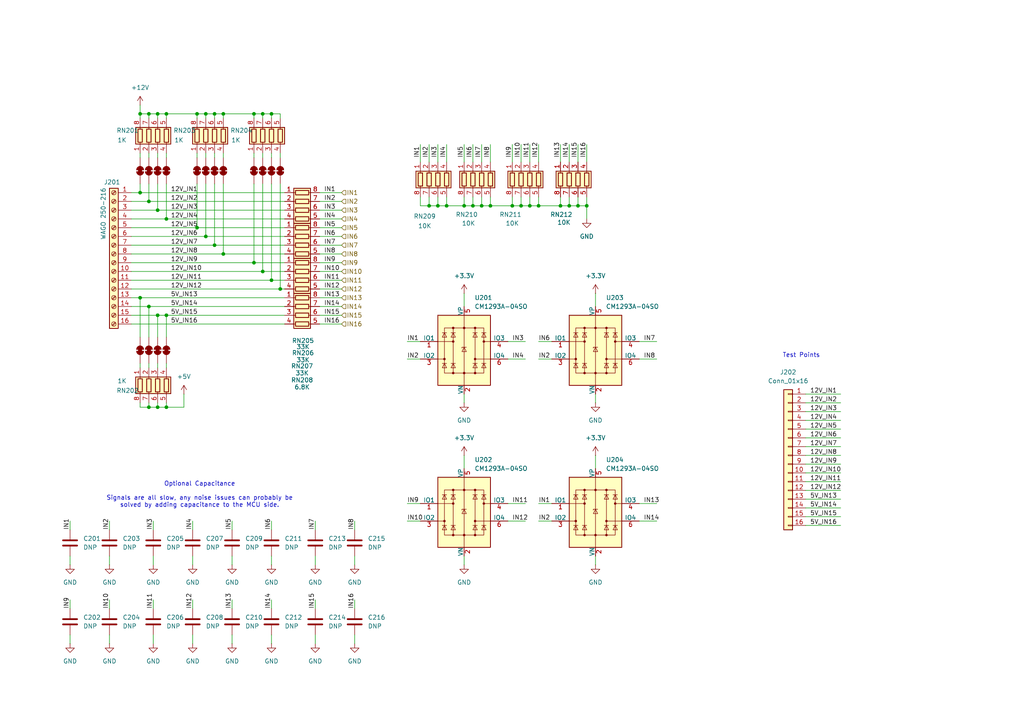
<source format=kicad_sch>
(kicad_sch (version 20231120) (generator "eeschema") (generator_version "8.0")
  (paper "A4")
  (lib_symbols
    (symbol "Connector:Screw_Terminal_01x16" (pin_names (offset 1.016) hide)
      (property "Reference" "J" (at 0 20.32 0))
      (property "Value" "Screw_Terminal_01x16" (at 0 -22.86 0))
      (symbol "Screw_Terminal_01x16_1_1"
        (pin passive line (at -5.08 17.78 0) (length 3.81) (name "Pin_1") (number "1"))
        (pin passive line (at -5.08 -5.08 0) (length 3.81) (name "Pin_10") (number "10"))
        (pin passive line (at -5.08 -7.62 0) (length 3.81) (name "Pin_11") (number "11"))
        (pin passive line (at -5.08 -10.16 0) (length 3.81) (name "Pin_12") (number "12"))
        (pin passive line (at -5.08 -12.7 0) (length 3.81) (name "Pin_13") (number "13"))
        (pin passive line (at -5.08 -15.24 0) (length 3.81) (name "Pin_14") (number "14"))
        (pin passive line (at -5.08 -17.78 0) (length 3.81) (name "Pin_15") (number "15"))
        (pin passive line (at -5.08 -20.32 0) (length 3.81) (name "Pin_16") (number "16"))
        (pin passive line (at -5.08 15.24 0) (length 3.81) (name "Pin_2") (number "2"))
        (pin passive line (at -5.08 12.7 0) (length 3.81) (name "Pin_3") (number "3"))
        (pin passive line (at -5.08 10.16 0) (length 3.81) (name "Pin_4") (number "4"))
        (pin passive line (at -5.08 7.62 0) (length 3.81) (name "Pin_5") (number "5"))
        (pin passive line (at -5.08 5.08 0) (length 3.81) (name "Pin_6") (number "6"))
        (pin passive line (at -5.08 2.54 0) (length 3.81) (name "Pin_7") (number "7"))
        (pin passive line (at -5.08 0 0) (length 3.81) (name "Pin_8") (number "8"))
        (pin passive line (at -5.08 -2.54 0) (length 3.81) (name "Pin_9") (number "9"))
      )
    )
    (symbol "Connector_Generic:Conn_01x16" (pin_names (offset 1.016) hide)
      (property "Reference" "J" (at 0 20.32 0))
      (property "Value" "Conn_01x16" (at 0 -22.86 0))
      (symbol "Conn_01x16_1_1"
        (pin passive line (at -5.08 17.78 0) (length 3.81) (name "Pin_1") (number "1"))
        (pin passive line (at -5.08 -5.08 0) (length 3.81) (name "Pin_10") (number "10"))
        (pin passive line (at -5.08 -7.62 0) (length 3.81) (name "Pin_11") (number "11"))
        (pin passive line (at -5.08 -10.16 0) (length 3.81) (name "Pin_12") (number "12"))
        (pin passive line (at -5.08 -12.7 0) (length 3.81) (name "Pin_13") (number "13"))
        (pin passive line (at -5.08 -15.24 0) (length 3.81) (name "Pin_14") (number "14"))
        (pin passive line (at -5.08 -17.78 0) (length 3.81) (name "Pin_15") (number "15"))
        (pin passive line (at -5.08 -20.32 0) (length 3.81) (name "Pin_16") (number "16"))
        (pin passive line (at -5.08 15.24 0) (length 3.81) (name "Pin_2") (number "2"))
        (pin passive line (at -5.08 12.7 0) (length 3.81) (name "Pin_3") (number "3"))
        (pin passive line (at -5.08 10.16 0) (length 3.81) (name "Pin_4") (number "4"))
        (pin passive line (at -5.08 7.62 0) (length 3.81) (name "Pin_5") (number "5"))
        (pin passive line (at -5.08 5.08 0) (length 3.81) (name "Pin_6") (number "6"))
        (pin passive line (at -5.08 2.54 0) (length 3.81) (name "Pin_7") (number "7"))
        (pin passive line (at -5.08 0 0) (length 3.81) (name "Pin_8") (number "8"))
        (pin passive line (at -5.08 -2.54 0) (length 3.81) (name "Pin_9") (number "9"))
      )
    )
    (symbol "Device:C" (pin_numbers hide) (pin_names (offset 0.254))
      (property "Reference" "C" (at 0.635 2.54 0))
      (property "Value" "C" (at 0.635 -2.54 0))
      (symbol "C_1_1"
        (pin passive line (at 0 3.81 270) (length 2.794) (name "~") (number "1"))
        (pin passive line (at 0 -3.81 90) (length 2.794) (name "~") (number "2"))
      )
    )
    (symbol "Device:R_Pack04" (pin_names (offset 0) hide)
      (property "Reference" "RN" (at -7.62 0 90))
      (property "Value" "R_Pack04" (at 5.08 0 90))
      (symbol "R_Pack04_1_1"
        (pin passive line (at -5.08 -5.08 90) (length 2.54) (name "R1.1") (number "1"))
        (pin passive line (at -2.54 -5.08 90) (length 2.54) (name "R2.1") (number "2"))
        (pin passive line (at 0 -5.08 90) (length 2.54) (name "R3.1") (number "3"))
        (pin passive line (at 2.54 -5.08 90) (length 2.54) (name "R4.1") (number "4"))
        (pin passive line (at 2.54 5.08 270) (length 2.54) (name "R4.2") (number "5"))
        (pin passive line (at 0 5.08 270) (length 2.54) (name "R3.2") (number "6"))
        (pin passive line (at -2.54 5.08 270) (length 2.54) (name "R2.2") (number "7"))
        (pin passive line (at -5.08 5.08 270) (length 2.54) (name "R1.2") (number "8"))
      )
    )
    (symbol "Jumper:SolderJumper_2_Bridged" (pin_numbers hide) (pin_names (offset 0) hide) (exclude_from_sim yes) (in_bom no)
      (property "Reference" "JP" (at 0 2.032 0))
      (property "Value" "SolderJumper_2_Bridged" (at 0 -2.54 0))
      (symbol "SolderJumper_2_Bridged_1_1"
        (pin passive line (at -3.81 0 0) (length 2.54) (name "A") (number "1"))
        (pin passive line (at 3.81 0 180) (length 2.54) (name "B") (number "2"))
      )
    )
    (symbol "Power_Protection:CDSOT236-0504C" (pin_names (offset 0))
      (property "Reference" "U" (at -5.08 11.43 0))
      (property "Value" "CDSOT236-0504C" (at 2.54 11.43 0))
      (symbol "CDSOT236-0504C_1_1"
        (pin passive line (at -12.7 2.54 0) (length 5.08) (name "IO1") (number "1"))
        (pin passive line (at 0 -12.7 90) (length 2.54) (name "VN") (number "2"))
        (pin passive line (at -12.7 -2.54 0) (length 5.08) (name "IO2") (number "3"))
        (pin passive line (at 12.7 2.54 180) (length 5.08) (name "IO3") (number "4"))
        (pin passive line (at 0 12.7 270) (length 2.54) (name "VP") (number "5"))
        (pin passive line (at 12.7 -2.54 180) (length 5.08) (name "IO4") (number "6"))
      )
    )
    (symbol "power:+12V" (power) (pin_numbers hide) (pin_names (offset 0) hide)
      (property "Value" "+12V" (at 0 3.556 0))
      (symbol "+12V_1_1"
        (pin power_in line (at 0 0 90) (length 0) (name "~") (number "1"))
      )
    )
    (symbol "power:+3.3V" (power) (pin_numbers hide) (pin_names (offset 0) hide)
      (property "Value" "+3.3V" (at 0 3.556 0))
      (symbol "+3.3V_1_1"
        (pin power_in line (at 0 0 90) (length 0) (name "~") (number "1"))
      )
    )
    (symbol "power:+5V" (power) (pin_numbers hide) (pin_names (offset 0) hide)
      (property "Value" "+5V" (at 0 3.556 0))
      (symbol "+5V_1_1"
        (pin power_in line (at 0 0 90) (length 0) (name "~") (number "1"))
      )
    )
    (symbol "power:GND" (power) (pin_numbers hide) (pin_names (offset 0) hide)
      (property "Value" "GND" (at 0 -3.81 0))
      (symbol "GND_1_1"
        (pin power_in line (at 0 0 270) (length 0) (name "~") (number "1"))
      )
    )
  )
  (junction (at 40.64 86.36))
  (junction (at 127 59.69))
  (junction (at 78.74 81.28))
  (junction (at 153.67 59.69))
  (junction (at 124.46 59.69))
  (junction (at 43.18 88.9))
  (junction (at 57.15 33.02))
  (junction (at 48.26 91.44))
  (junction (at 40.64 55.88))
  (junction (at 64.77 33.02))
  (junction (at 134.62 59.69))
  (junction (at 170.18 59.69))
  (junction (at 59.69 68.58))
  (junction (at 45.72 118.11))
  (junction (at 48.26 63.5))
  (junction (at 81.28 83.82))
  (junction (at 45.72 33.02))
  (junction (at 43.18 33.02))
  (junction (at 148.59 59.69))
  (junction (at 167.64 59.69))
  (junction (at 57.15 66.04))
  (junction (at 43.18 118.11))
  (junction (at 48.26 33.02))
  (junction (at 45.72 60.96))
  (junction (at 151.13 59.69))
  (junction (at 142.24 59.69))
  (junction (at 73.66 33.02))
  (junction (at 162.56 59.69))
  (junction (at 73.66 76.2))
  (junction (at 76.2 78.74))
  (junction (at 156.21 59.69))
  (junction (at 78.74 33.02))
  (junction (at 59.69 33.02))
  (junction (at 165.1 59.69))
  (junction (at 137.16 59.69))
  (junction (at 62.23 33.02))
  (junction (at 48.26 118.11))
  (junction (at 62.23 71.12))
  (junction (at 129.54 59.69))
  (junction (at 40.64 33.02))
  (junction (at 64.77 73.66))
  (junction (at 43.18 58.42))
  (junction (at 76.2 33.02))
  (junction (at 45.72 91.44))
  (junction (at 139.7 59.69))
  (wire (pts (xy 31.75 184.15) (xy 31.75 186.69)))
  (wire (pts (xy 45.72 53.34) (xy 45.72 60.96)))
  (wire (pts (xy 48.26 91.44) (xy 48.26 97.79)))
  (wire (pts (xy 48.26 116.84) (xy 48.26 118.11)))
  (wire (pts (xy 139.7 57.15) (xy 139.7 59.69)))
  (wire (pts (xy 102.87 173.99) (xy 102.87 176.53)))
  (wire (pts (xy 148.59 46.99) (xy 148.59 41.91)))
  (wire (pts (xy 118.11 151.13) (xy 121.92 151.13)))
  (wire (pts (xy 38.1 71.12) (xy 62.23 71.12)))
  (wire (pts (xy 92.71 76.2) (xy 99.06 76.2)))
  (wire (pts (xy 78.74 33.02) (xy 78.74 34.29)))
  (wire (pts (xy 62.23 33.02) (xy 64.77 33.02)))
  (wire (pts (xy 233.68 124.46) (xy 243.84 124.46)))
  (wire (pts (xy 45.72 118.11) (xy 48.26 118.11)))
  (wire (pts (xy 40.64 86.36) (xy 40.64 97.79)))
  (wire (pts (xy 185.42 99.06) (xy 190.5 99.06)))
  (wire (pts (xy 134.62 59.69) (xy 129.54 59.69)))
  (wire (pts (xy 76.2 53.34) (xy 76.2 78.74)))
  (wire (pts (xy 57.15 44.45) (xy 57.15 45.72)))
  (wire (pts (xy 43.18 116.84) (xy 43.18 118.11)))
  (wire (pts (xy 151.13 46.99) (xy 151.13 41.91)))
  (wire (pts (xy 165.1 57.15) (xy 165.1 59.69)))
  (wire (pts (xy 38.1 76.2) (xy 73.66 76.2)))
  (wire (pts (xy 38.1 88.9) (xy 43.18 88.9)))
  (wire (pts (xy 73.66 33.02) (xy 76.2 33.02)))
  (wire (pts (xy 78.74 53.34) (xy 78.74 81.28)))
  (wire (pts (xy 92.71 73.66) (xy 99.06 73.66)))
  (wire (pts (xy 92.71 91.44) (xy 99.06 91.44)))
  (wire (pts (xy 38.1 91.44) (xy 45.72 91.44)))
  (wire (pts (xy 233.68 132.08) (xy 243.84 132.08)))
  (wire (pts (xy 38.1 58.42) (xy 43.18 58.42)))
  (wire (pts (xy 118.11 99.06) (xy 121.92 99.06)))
  (wire (pts (xy 78.74 184.15) (xy 78.74 186.69)))
  (wire (pts (xy 78.74 151.13) (xy 78.74 153.67)))
  (wire (pts (xy 92.71 60.96) (xy 99.06 60.96)))
  (wire (pts (xy 38.1 60.96) (xy 45.72 60.96)))
  (wire (pts (xy 40.64 105.41) (xy 40.64 106.68)))
  (wire (pts (xy 124.46 59.69) (xy 121.92 59.69)))
  (wire (pts (xy 156.21 104.14) (xy 160.02 104.14)))
  (wire (pts (xy 185.42 146.05) (xy 190.5 146.05)))
  (wire (pts (xy 59.69 33.02) (xy 62.23 33.02)))
  (wire (pts (xy 43.18 53.34) (xy 43.18 58.42)))
  (wire (pts (xy 156.21 151.13) (xy 160.02 151.13)))
  (wire (pts (xy 55.88 173.99) (xy 55.88 176.53)))
  (wire (pts (xy 44.45 173.99) (xy 44.45 176.53)))
  (wire (pts (xy 38.1 63.5) (xy 48.26 63.5)))
  (wire (pts (xy 62.23 33.02) (xy 62.23 34.29)))
  (wire (pts (xy 67.31 161.29) (xy 67.31 163.83)))
  (wire (pts (xy 233.68 139.7) (xy 243.84 139.7)))
  (wire (pts (xy 67.31 184.15) (xy 67.31 186.69)))
  (wire (pts (xy 45.72 105.41) (xy 45.72 106.68)))
  (wire (pts (xy 78.74 33.02) (xy 81.28 33.02)))
  (wire (pts (xy 121.92 57.15) (xy 121.92 59.69)))
  (wire (pts (xy 92.71 63.5) (xy 99.06 63.5)))
  (wire (pts (xy 40.64 86.36) (xy 82.55 86.36)))
  (wire (pts (xy 137.16 57.15) (xy 137.16 59.69)))
  (wire (pts (xy 48.26 33.02) (xy 57.15 33.02)))
  (wire (pts (xy 45.72 60.96) (xy 82.55 60.96)))
  (wire (pts (xy 134.62 161.29) (xy 134.62 163.83)))
  (wire (pts (xy 62.23 53.34) (xy 62.23 71.12)))
  (wire (pts (xy 20.32 151.13) (xy 20.32 153.67)))
  (wire (pts (xy 167.64 46.99) (xy 167.64 41.91)))
  (wire (pts (xy 170.18 59.69) (xy 170.18 63.5)))
  (wire (pts (xy 73.66 33.02) (xy 73.66 34.29)))
  (wire (pts (xy 92.71 83.82) (xy 99.06 83.82)))
  (wire (pts (xy 38.1 81.28) (xy 78.74 81.28)))
  (wire (pts (xy 172.72 132.08) (xy 172.72 135.89)))
  (wire (pts (xy 57.15 66.04) (xy 82.55 66.04)))
  (wire (pts (xy 43.18 44.45) (xy 43.18 45.72)))
  (wire (pts (xy 76.2 44.45) (xy 76.2 45.72)))
  (wire (pts (xy 92.71 55.88) (xy 99.06 55.88)))
  (wire (pts (xy 233.68 134.62) (xy 243.84 134.62)))
  (wire (pts (xy 31.75 161.29) (xy 31.75 163.83)))
  (wire (pts (xy 55.88 184.15) (xy 55.88 186.69)))
  (wire (pts (xy 78.74 44.45) (xy 78.74 45.72)))
  (wire (pts (xy 156.21 99.06) (xy 160.02 99.06)))
  (wire (pts (xy 45.72 44.45) (xy 45.72 45.72)))
  (wire (pts (xy 20.32 184.15) (xy 20.32 186.69)))
  (wire (pts (xy 44.45 151.13) (xy 44.45 153.67)))
  (wire (pts (xy 172.72 161.29) (xy 172.72 163.83)))
  (wire (pts (xy 151.13 59.69) (xy 148.59 59.69)))
  (wire (pts (xy 76.2 33.02) (xy 78.74 33.02)))
  (wire (pts (xy 92.71 93.98) (xy 99.06 93.98)))
  (wire (pts (xy 170.18 46.99) (xy 170.18 41.91)))
  (wire (pts (xy 43.18 88.9) (xy 43.18 97.79)))
  (wire (pts (xy 124.46 46.99) (xy 124.46 41.91)))
  (wire (pts (xy 118.11 146.05) (xy 121.92 146.05)))
  (wire (pts (xy 57.15 33.02) (xy 59.69 33.02)))
  (wire (pts (xy 156.21 57.15) (xy 156.21 59.69)))
  (wire (pts (xy 67.31 151.13) (xy 67.31 153.67)))
  (wire (pts (xy 76.2 33.02) (xy 76.2 34.29)))
  (wire (pts (xy 91.44 151.13) (xy 91.44 153.67)))
  (wire (pts (xy 64.77 44.45) (xy 64.77 45.72)))
  (wire (pts (xy 92.71 88.9) (xy 99.06 88.9)))
  (wire (pts (xy 48.26 118.11) (xy 53.34 118.11)))
  (wire (pts (xy 31.75 151.13) (xy 31.75 153.67)))
  (wire (pts (xy 31.75 173.99) (xy 31.75 176.53)))
  (wire (pts (xy 134.62 46.99) (xy 134.62 41.91)))
  (wire (pts (xy 233.68 121.92) (xy 243.84 121.92)))
  (wire (pts (xy 134.62 114.3) (xy 134.62 116.84)))
  (wire (pts (xy 118.11 104.14) (xy 121.92 104.14)))
  (wire (pts (xy 48.26 33.02) (xy 48.26 34.29)))
  (wire (pts (xy 147.32 99.06) (xy 152.4 99.06)))
  (wire (pts (xy 147.32 151.13) (xy 152.4 151.13)))
  (wire (pts (xy 20.32 161.29) (xy 20.32 163.83)))
  (wire (pts (xy 92.71 71.12) (xy 99.06 71.12)))
  (wire (pts (xy 92.71 81.28) (xy 99.06 81.28)))
  (wire (pts (xy 20.32 173.99) (xy 20.32 176.53)))
  (wire (pts (xy 172.72 114.3) (xy 172.72 116.84)))
  (wire (pts (xy 45.72 116.84) (xy 45.72 118.11)))
  (wire (pts (xy 156.21 146.05) (xy 160.02 146.05)))
  (wire (pts (xy 156.21 59.69) (xy 153.67 59.69)))
  (wire (pts (xy 153.67 46.99) (xy 153.67 41.91)))
  (wire (pts (xy 129.54 46.99) (xy 129.54 41.91)))
  (wire (pts (xy 134.62 57.15) (xy 134.62 59.69)))
  (wire (pts (xy 170.18 59.69) (xy 167.64 59.69)))
  (wire (pts (xy 92.71 58.42) (xy 99.06 58.42)))
  (wire (pts (xy 38.1 93.98) (xy 82.55 93.98)))
  (wire (pts (xy 38.1 55.88) (xy 40.64 55.88)))
  (wire (pts (xy 59.69 53.34) (xy 59.69 68.58)))
  (wire (pts (xy 43.18 105.41) (xy 43.18 106.68)))
  (wire (pts (xy 67.31 173.99) (xy 67.31 176.53)))
  (wire (pts (xy 73.66 53.34) (xy 73.66 76.2)))
  (wire (pts (xy 233.68 149.86) (xy 243.84 149.86)))
  (wire (pts (xy 43.18 118.11) (xy 45.72 118.11)))
  (wire (pts (xy 40.64 44.45) (xy 40.64 45.72)))
  (wire (pts (xy 44.45 161.29) (xy 44.45 163.83)))
  (wire (pts (xy 147.32 146.05) (xy 152.4 146.05)))
  (wire (pts (xy 45.72 91.44) (xy 48.26 91.44)))
  (wire (pts (xy 45.72 97.79) (xy 45.72 91.44)))
  (wire (pts (xy 233.68 137.16) (xy 243.84 137.16)))
  (wire (pts (xy 233.68 116.84) (xy 243.84 116.84)))
  (wire (pts (xy 165.1 46.99) (xy 165.1 41.91)))
  (wire (pts (xy 162.56 59.69) (xy 156.21 59.69)))
  (wire (pts (xy 165.1 59.69) (xy 162.56 59.69)))
  (wire (pts (xy 102.87 151.13) (xy 102.87 153.67)))
  (wire (pts (xy 233.68 144.78) (xy 243.84 144.78)))
  (wire (pts (xy 92.71 66.04) (xy 99.06 66.04)))
  (wire (pts (xy 233.68 119.38) (xy 243.84 119.38)))
  (wire (pts (xy 92.71 68.58) (xy 99.06 68.58)))
  (wire (pts (xy 62.23 71.12) (xy 82.55 71.12)))
  (wire (pts (xy 40.64 33.02) (xy 43.18 33.02)))
  (wire (pts (xy 134.62 132.08) (xy 134.62 135.89)))
  (wire (pts (xy 76.2 78.74) (xy 82.55 78.74)))
  (wire (pts (xy 121.92 46.99) (xy 121.92 41.91)))
  (wire (pts (xy 233.68 127) (xy 243.84 127)))
  (wire (pts (xy 167.64 57.15) (xy 167.64 59.69)))
  (wire (pts (xy 162.56 57.15) (xy 162.56 59.69)))
  (wire (pts (xy 137.16 46.99) (xy 137.16 41.91)))
  (wire (pts (xy 147.32 104.14) (xy 152.4 104.14)))
  (wire (pts (xy 43.18 88.9) (xy 82.55 88.9)))
  (wire (pts (xy 78.74 81.28) (xy 82.55 81.28)))
  (wire (pts (xy 81.28 33.02) (xy 81.28 34.29)))
  (wire (pts (xy 43.18 33.02) (xy 43.18 34.29)))
  (wire (pts (xy 233.68 114.3) (xy 243.84 114.3)))
  (wire (pts (xy 233.68 129.54) (xy 243.84 129.54)))
  (wire (pts (xy 142.24 57.15) (xy 142.24 59.69)))
  (wire (pts (xy 142.24 59.69) (xy 139.7 59.69)))
  (wire (pts (xy 153.67 57.15) (xy 153.67 59.69)))
  (wire (pts (xy 64.77 53.34) (xy 64.77 73.66)))
  (wire (pts (xy 57.15 33.02) (xy 57.15 34.29)))
  (wire (pts (xy 45.72 33.02) (xy 45.72 34.29)))
  (wire (pts (xy 55.88 151.13) (xy 55.88 153.67)))
  (wire (pts (xy 45.72 33.02) (xy 48.26 33.02)))
  (wire (pts (xy 139.7 46.99) (xy 139.7 41.91)))
  (wire (pts (xy 139.7 59.69) (xy 137.16 59.69)))
  (wire (pts (xy 151.13 57.15) (xy 151.13 59.69)))
  (wire (pts (xy 48.26 105.41) (xy 48.26 106.68)))
  (wire (pts (xy 92.71 78.74) (xy 99.06 78.74)))
  (wire (pts (xy 38.1 83.82) (xy 81.28 83.82)))
  (wire (pts (xy 43.18 58.42) (xy 82.55 58.42)))
  (wire (pts (xy 78.74 161.29) (xy 78.74 163.83)))
  (wire (pts (xy 91.44 184.15) (xy 91.44 186.69)))
  (wire (pts (xy 38.1 73.66) (xy 64.77 73.66)))
  (wire (pts (xy 55.88 161.29) (xy 55.88 163.83)))
  (wire (pts (xy 170.18 57.15) (xy 170.18 59.69)))
  (wire (pts (xy 64.77 73.66) (xy 82.55 73.66)))
  (wire (pts (xy 81.28 53.34) (xy 81.28 83.82)))
  (wire (pts (xy 102.87 184.15) (xy 102.87 186.69)))
  (wire (pts (xy 81.28 83.82) (xy 82.55 83.82)))
  (wire (pts (xy 64.77 33.02) (xy 73.66 33.02)))
  (wire (pts (xy 64.77 33.02) (xy 64.77 34.29)))
  (wire (pts (xy 129.54 57.15) (xy 129.54 59.69)))
  (wire (pts (xy 156.21 46.99) (xy 156.21 41.91)))
  (wire (pts (xy 40.64 55.88) (xy 82.55 55.88)))
  (wire (pts (xy 92.71 86.36) (xy 99.06 86.36)))
  (wire (pts (xy 137.16 59.69) (xy 134.62 59.69)))
  (wire (pts (xy 91.44 161.29) (xy 91.44 163.83)))
  (wire (pts (xy 124.46 57.15) (xy 124.46 59.69)))
  (wire (pts (xy 40.64 116.84) (xy 40.64 118.11)))
  (wire (pts (xy 40.64 30.48) (xy 40.64 33.02)))
  (wire (pts (xy 53.34 114.3) (xy 53.34 118.11)))
  (wire (pts (xy 134.62 85.09) (xy 134.62 88.9)))
  (wire (pts (xy 81.28 44.45) (xy 81.28 45.72)))
  (wire (pts (xy 62.23 44.45) (xy 62.23 45.72)))
  (wire (pts (xy 233.68 152.4) (xy 243.84 152.4)))
  (wire (pts (xy 233.68 142.24) (xy 243.84 142.24)))
  (wire (pts (xy 127 46.99) (xy 127 41.91)))
  (wire (pts (xy 142.24 46.99) (xy 142.24 41.91)))
  (wire (pts (xy 48.26 63.5) (xy 82.55 63.5)))
  (wire (pts (xy 38.1 78.74) (xy 76.2 78.74)))
  (wire (pts (xy 233.68 147.32) (xy 243.84 147.32)))
  (wire (pts (xy 185.42 104.14) (xy 190.5 104.14)))
  (wire (pts (xy 48.26 91.44) (xy 82.55 91.44)))
  (wire (pts (xy 162.56 46.99) (xy 162.56 41.91)))
  (wire (pts (xy 185.42 151.13) (xy 190.5 151.13)))
  (wire (pts (xy 43.18 33.02) (xy 45.72 33.02)))
  (wire (pts (xy 127 59.69) (xy 124.46 59.69)))
  (wire (pts (xy 48.26 44.45) (xy 48.26 45.72)))
  (wire (pts (xy 167.64 59.69) (xy 165.1 59.69)))
  (wire (pts (xy 172.72 85.09) (xy 172.72 88.9)))
  (wire (pts (xy 44.45 184.15) (xy 44.45 186.69)))
  (wire (pts (xy 59.69 44.45) (xy 59.69 45.72)))
  (wire (pts (xy 38.1 86.36) (xy 40.64 86.36)))
  (wire (pts (xy 38.1 66.04) (xy 57.15 66.04)))
  (wire (pts (xy 91.44 173.99) (xy 91.44 176.53)))
  (wire (pts (xy 148.59 57.15) (xy 148.59 59.69)))
  (wire (pts (xy 48.26 53.34) (xy 48.26 63.5)))
  (wire (pts (xy 129.54 59.69) (xy 127 59.69)))
  (wire (pts (xy 73.66 44.45) (xy 73.66 45.72)))
  (wire (pts (xy 40.64 33.02) (xy 40.64 34.29)))
  (wire (pts (xy 40.64 118.11) (xy 43.18 118.11)))
  (wire (pts (xy 40.64 53.34) (xy 40.64 55.88)))
  (wire (pts (xy 59.69 68.58) (xy 82.55 68.58)))
  (wire (pts (xy 57.15 53.34) (xy 57.15 66.04)))
  (wire (pts (xy 148.59 59.69) (xy 142.24 59.69)))
  (wire (pts (xy 59.69 33.02) (xy 59.69 34.29)))
  (wire (pts (xy 127 57.15) (xy 127 59.69)))
  (wire (pts (xy 153.67 59.69) (xy 151.13 59.69)))
  (wire (pts (xy 78.74 173.99) (xy 78.74 176.53)))
  (wire (pts (xy 38.1 68.58) (xy 59.69 68.58)))
  (wire (pts (xy 73.66 76.2) (xy 82.55 76.2)))
  (wire (pts (xy 102.87 161.29) (xy 102.87 163.83)))
  (text "Optional Capacitance\n\nSignals are all slow, any noise issues can probably be\nsolved by adding capacitance to the MCU side." (at 57.912 143.51 0) (effects (font (size 1.27 1.27))))
  (text "Test Points\n" (at 232.41 103.124 0) (effects (font (size 1.27 1.27))))
  (label "IN9" (at 93.98 76.2 0))
  (label "12V_IN5" (at 49.53 66.04 0))
  (label "IN11" (at 153.67 45.72 90))
  (label "5V_IN15" (at 234.95 149.86 0))
  (label "5V_IN16" (at 234.95 152.4 0))
  (label "12V_IN10" (at 234.95 137.16 0))
  (label "IN3" (at 148.59 99.06 0))
  (label "IN7" (at 93.98 71.12 0))
  (label "IN13" (at 162.56 45.72 90))
  (label "IN1" (at 118.11 99.06 0))
  (label "5V_IN13" (at 234.95 144.78 0))
  (label "12V_IN10" (at 49.53 78.74 0))
  (label "IN9" (at 148.59 45.72 90))
  (label "12V_IN1" (at 49.53 55.88 0))
  (label "IN16" (at 102.87 176.53 90))
  (label "IN5" (at 93.98 66.04 0))
  (label "12V_IN11" (at 49.53 81.28 0))
  (label "IN6" (at 137.16 45.72 90))
  (label "12V_IN12" (at 49.53 83.82 0))
  (label "12V_IN4" (at 234.95 121.92 0))
  (label "12V_IN2" (at 49.53 58.42 0))
  (label "IN2" (at 118.11 104.14 0))
  (label "IN5" (at 134.62 45.72 90))
  (label "IN4" (at 93.98 63.5 0))
  (label "IN10" (at 31.75 176.53 90))
  (label "IN8" (at 186.69 104.14 0))
  (label "IN14" (at 186.69 151.13 0))
  (label "12V_IN7" (at 234.95 129.54 0))
  (label "IN4" (at 148.59 104.14 0))
  (label "IN6" (at 93.98 68.58 0))
  (label "IN12" (at 148.59 151.13 0))
  (label "12V_IN9" (at 234.95 134.62 0))
  (label "IN16" (at 93.98 93.98 0))
  (label "IN1" (at 156.21 146.05 0))
  (label "IN12" (at 156.21 45.72 90))
  (label "IN9" (at 118.11 146.05 0))
  (label "IN1" (at 121.92 45.72 90))
  (label "IN10" (at 93.98 78.74 0))
  (label "IN16" (at 170.18 45.72 90))
  (label "5V_IN13" (at 49.53 86.36 0))
  (label "12V_IN1" (at 234.95 114.3 0))
  (label "12V_IN3" (at 234.95 119.38 0))
  (label "12V_IN5" (at 234.95 124.46 0))
  (label "IN3" (at 93.98 60.96 0))
  (label "IN12" (at 93.98 83.82 0))
  (label "IN6" (at 156.21 99.06 0))
  (label "IN15" (at 93.98 91.44 0))
  (label "IN13" (at 93.98 86.36 0))
  (label "IN2" (at 156.21 104.14 0))
  (label "12V_IN4" (at 49.53 63.5 0))
  (label "IN3" (at 127 45.72 90))
  (label "12V_IN6" (at 49.53 68.58 0))
  (label "IN11" (at 93.98 81.28 0))
  (label "IN2" (at 124.46 45.72 90))
  (label "12V_IN7" (at 49.53 71.12 0))
  (label "IN2" (at 31.75 153.67 90))
  (label "IN15" (at 91.44 176.53 90))
  (label "12V_IN8" (at 234.95 132.08 0))
  (label "IN7" (at 139.7 45.72 90))
  (label "IN4" (at 129.54 45.72 90))
  (label "IN15" (at 167.64 45.72 90))
  (label "IN8" (at 102.87 153.67 90))
  (label "IN11" (at 44.45 176.53 90))
  (label "IN4" (at 55.88 153.67 90))
  (label "IN10" (at 118.11 151.13 0))
  (label "IN7" (at 91.44 153.67 90))
  (label "5V_IN16" (at 49.53 93.98 0))
  (label "5V_IN15" (at 49.53 91.44 0))
  (label "IN7" (at 186.69 99.06 0))
  (label "IN2" (at 156.21 151.13 0))
  (label "IN1" (at 93.98 55.88 0))
  (label "IN5" (at 67.31 153.67 90))
  (label "IN3" (at 44.45 153.67 90))
  (label "12V_IN12" (at 234.95 142.24 0))
  (label "IN12" (at 55.88 176.53 90))
  (label "IN8" (at 93.98 73.66 0))
  (label "IN6" (at 78.74 153.67 90))
  (label "IN10" (at 151.13 45.72 90))
  (label "IN1" (at 20.32 153.67 90))
  (label "IN14" (at 93.98 88.9 0))
  (label "IN13" (at 186.69 146.05 0))
  (label "IN2" (at 93.98 58.42 0))
  (label "12V_IN3" (at 49.53 60.96 0))
  (label "12V_IN2" (at 234.95 116.84 0))
  (label "12V_IN6" (at 234.95 127 0))
  (label "IN11" (at 148.59 146.05 0))
  (label "IN13" (at 67.31 176.53 90))
  (label "IN9" (at 20.32 176.53 90))
  (label "5V_IN14" (at 49.53 88.9 0))
  (label "12V_IN9" (at 49.53 76.2 0))
  (label "IN8" (at 142.24 45.72 90))
  (label "12V_IN8" (at 49.53 73.66 0))
  (label "IN14" (at 78.74 176.53 90))
  (label "IN14" (at 165.1 45.72 90))
  (label "5V_IN14" (at 234.95 147.32 0))
  (label "12V_IN11" (at 234.95 139.7 0))
  (hierarchical_label "IN10" (shape input) (at 99.06 78.74 0))
  (hierarchical_label "IN4" (shape input) (at 99.06 63.5 0))
  (hierarchical_label "IN16" (shape input) (at 99.06 93.98 0))
  (hierarchical_label "IN3" (shape input) (at 99.06 60.96 0))
  (hierarchical_label "IN2" (shape input) (at 99.06 58.42 0))
  (hierarchical_label "IN12" (shape input) (at 99.06 83.82 0))
  (hierarchical_label "IN14" (shape input) (at 99.06 88.9 0))
  (hierarchical_label "IN11" (shape input) (at 99.06 81.28 0))
  (hierarchical_label "IN7" (shape input) (at 99.06 71.12 0))
  (hierarchical_label "IN1" (shape input) (at 99.06 55.88 0))
  (hierarchical_label "IN6" (shape input) (at 99.06 68.58 0))
  (hierarchical_label "IN5" (shape input) (at 99.06 66.04 0))
  (hierarchical_label "IN8" (shape input) (at 99.06 73.66 0))
  (hierarchical_label "IN9" (shape input) (at 99.06 76.2 0))
  (hierarchical_label "IN13" (shape input) (at 99.06 86.36 0))
  (hierarchical_label "IN15" (shape input) (at 99.06 91.44 0))
  (symbol (lib_id "power:GND") (at 91.44 186.69 0) (unit 1)
    (property "Reference" "#PWR0216" (effects (hide yes)))
    (property "Value" "GND" (at 91.44 191.77 0))
    (property "Description" "Power symbol creates a global label with name \"GND\" , ground" (effects (hide yes)))
  )
  (symbol (lib_id "Jumper:SolderJumper_2_Bridged") (at 59.69 49.53 90) (unit 1) (exclude_from_sim yes) (in_bom no)
    (property "Reference" "JP210" (effects (hide yes)))
    (property "Value" "SolderJumper_2_Bridged" (effects (hide yes)))
    (property "Footprint" "Jumper:SolderJumper-2_P1.3mm_Bridged_Pad1.0x1.5mm" (effects (hide yes)))
    (property "Description" "Solder Jumper, 2-pole, closed/bridged" (effects (hide yes)))
  )
  (symbol (lib_id "Device:C") (at 44.45 157.48 0) (unit 1)
    (property "Reference" "C205" (at 48.26 156.2099 0) (effects (justify left)))
    (property "Value" "DNP" (at 48.26 158.7499 0) (effects (justify left)))
    (property "Footprint" "Capacitor_SMD:C_0603_1608Metric" (effects (hide yes)))
    (property "Description" "Unpolarized capacitor" (effects (hide yes)))
  )
  (symbol (lib_id "power:GND") (at 67.31 163.83 0) (unit 1)
    (property "Reference" "#PWR0211" (effects (hide yes)))
    (property "Value" "GND" (at 67.31 168.91 0))
    (property "Description" "Power symbol creates a global label with name \"GND\" , ground" (effects (hide yes)))
  )
  (symbol (lib_id "Power_Protection:CDSOT236-0504C") (at 134.62 148.59 0) (unit 1)
    (property "Reference" "U202" (at 137.6365 133.35 0) (effects (justify left)))
    (property "Value" "CM1293A-04SO" (at 137.6365 135.89 0) (effects (justify left)))
    (property "Footprint" "Package_TO_SOT_SMD:SOT-23-6" (effects (hide yes)))
    (property "Datasheet" "https://www.bourns.com/docs/product-datasheets/cdsot236-0504c.pdf" (effects (hide yes)))
    (property "Description" "Low capacitance ESD diode / steering Diode Array, SOT23-6" (effects (hide yes)))
  )
  (symbol (lib_id "power:GND") (at 20.32 163.83 0) (unit 1)
    (property "Reference" "#PWR0201" (effects (hide yes)))
    (property "Value" "GND" (at 20.32 168.91 0))
    (property "Description" "Power symbol creates a global label with name \"GND\" , ground" (effects (hide yes)))
  )
  (symbol (lib_id "Device:C") (at 44.45 180.34 0) (unit 1)
    (property "Reference" "C206" (at 48.26 179.0699 0) (effects (justify left)))
    (property "Value" "DNP" (at 48.26 181.6099 0) (effects (justify left)))
    (property "Footprint" "Capacitor_SMD:C_0603_1608Metric" (effects (hide yes)))
    (property "Description" "Unpolarized capacitor" (effects (hide yes)))
  )
  (symbol (lib_id "Device:R_Pack04") (at 167.64 52.07 0) (mirror x) (unit 1)
    (property "Reference" "RN212" (at 162.814 62.23 0))
    (property "Value" "10K" (at 163.576 64.516 0))
    (property "Footprint" "Resistor_SMD:R_Array_Convex_4x0603" (effects (hide yes)))
    (property "Description" "4 resistor network, parallel topology" (effects (hide yes)))
  )
  (symbol (lib_id "Jumper:SolderJumper_2_Bridged") (at 76.2 49.53 90) (unit 1) (exclude_from_sim yes) (in_bom no)
    (property "Reference" "JP214" (effects (hide yes)))
    (property "Value" "SolderJumper_2_Bridged" (effects (hide yes)))
    (property "Footprint" "Jumper:SolderJumper-2_P1.3mm_Bridged_Pad1.0x1.5mm" (effects (hide yes)))
    (property "Description" "Solder Jumper, 2-pole, closed/bridged" (effects (hide yes)))
  )
  (symbol (lib_id "Device:C") (at 91.44 157.48 0) (unit 1)
    (property "Reference" "C213" (at 95.25 156.2099 0) (effects (justify left)))
    (property "Value" "DNP" (at 95.25 158.7499 0) (effects (justify left)))
    (property "Footprint" "Capacitor_SMD:C_0603_1608Metric" (effects (hide yes)))
    (property "Description" "Unpolarized capacitor" (effects (hide yes)))
  )
  (symbol (lib_id "power:GND") (at 31.75 186.69 0) (unit 1)
    (property "Reference" "#PWR0204" (effects (hide yes)))
    (property "Value" "GND" (at 31.75 191.77 0))
    (property "Description" "Power symbol creates a global label with name \"GND\" , ground" (effects (hide yes)))
  )
  (symbol (lib_id "Jumper:SolderJumper_2_Bridged") (at 43.18 101.6 90) (unit 1) (exclude_from_sim yes) (in_bom no)
    (property "Reference" "JP204" (effects (hide yes)))
    (property "Value" "SolderJumper_2_Bridged" (effects (hide yes)))
    (property "Footprint" "Jumper:SolderJumper-2_P1.3mm_Bridged_Pad1.0x1.5mm" (effects (hide yes)))
    (property "Description" "Solder Jumper, 2-pole, closed/bridged" (effects (hide yes)))
  )
  (symbol (lib_id "Device:R_Pack04") (at 87.63 91.44 270) (unit 1)
    (property "Reference" "RN208" (at 87.63 110.236 90))
    (property "Value" "6.8K" (at 87.63 112.268 90))
    (property "Footprint" "Resistor_SMD:R_Array_Convex_4x0603" (effects (hide yes)))
    (property "Description" "4 resistor network, parallel topology" (effects (hide yes)))
  )
  (symbol (lib_id "power:GND") (at 102.87 163.83 0) (unit 1)
    (property "Reference" "#PWR0217" (effects (hide yes)))
    (property "Value" "GND" (at 102.87 168.91 0))
    (property "Description" "Power symbol creates a global label with name \"GND\" , ground" (effects (hide yes)))
  )
  (symbol (lib_id "Device:C") (at 55.88 157.48 0) (unit 1)
    (property "Reference" "C207" (at 59.69 156.2099 0) (effects (justify left)))
    (property "Value" "DNP" (at 59.69 158.7499 0) (effects (justify left)))
    (property "Footprint" "Capacitor_SMD:C_0603_1608Metric" (effects (hide yes)))
    (property "Description" "Unpolarized capacitor" (effects (hide yes)))
  )
  (symbol (lib_id "Jumper:SolderJumper_2_Bridged") (at 48.26 49.53 90) (unit 1) (exclude_from_sim yes) (in_bom no)
    (property "Reference" "JP207" (effects (hide yes)))
    (property "Value" "SolderJumper_2_Bridged" (effects (hide yes)))
    (property "Footprint" "Jumper:SolderJumper-2_P1.3mm_Bridged_Pad1.0x1.5mm" (effects (hide yes)))
    (property "Description" "Solder Jumper, 2-pole, closed/bridged" (effects (hide yes)))
  )
  (symbol (lib_id "Jumper:SolderJumper_2_Bridged") (at 73.66 49.53 90) (unit 1) (exclude_from_sim yes) (in_bom no)
    (property "Reference" "JP213" (effects (hide yes)))
    (property "Value" "SolderJumper_2_Bridged" (effects (hide yes)))
    (property "Footprint" "Jumper:SolderJumper-2_P1.3mm_Bridged_Pad1.0x1.5mm" (effects (hide yes)))
    (property "Description" "Solder Jumper, 2-pole, closed/bridged" (effects (hide yes)))
  )
  (symbol (lib_id "Jumper:SolderJumper_2_Bridged") (at 78.74 49.53 90) (unit 1) (exclude_from_sim yes) (in_bom no)
    (property "Reference" "JP215" (effects (hide yes)))
    (property "Value" "SolderJumper_2_Bridged" (effects (hide yes)))
    (property "Footprint" "Jumper:SolderJumper-2_P1.3mm_Bridged_Pad1.0x1.5mm" (effects (hide yes)))
    (property "Description" "Solder Jumper, 2-pole, closed/bridged" (effects (hide yes)))
  )
  (symbol (lib_id "power:+5V") (at 53.34 114.3 0) (unit 1)
    (property "Reference" "#PWR0208" (effects (hide yes)))
    (property "Value" "+5V" (at 53.34 109.22 0))
    (property "Description" "Power symbol creates a global label with name \"+5V\"" (effects (hide yes)))
  )
  (symbol (lib_id "Jumper:SolderJumper_2_Bridged") (at 81.28 49.53 90) (unit 1) (exclude_from_sim yes) (in_bom no)
    (property "Reference" "JP216" (effects (hide yes)))
    (property "Value" "SolderJumper_2_Bridged" (effects (hide yes)))
    (property "Footprint" "Jumper:SolderJumper-2_P1.3mm_Bridged_Pad1.0x1.5mm" (effects (hide yes)))
    (property "Description" "Solder Jumper, 2-pole, closed/bridged" (effects (hide yes)))
  )
  (symbol (lib_id "Device:R_Pack04") (at 62.23 39.37 0) (unit 1)
    (property "Reference" "RN203" (at 50.292 37.846 0) (effects (justify left)))
    (property "Value" "1K" (at 50.546 40.64 0) (effects (justify left)))
    (property "Footprint" "Resistor_SMD:R_Array_Convex_4x0603" (effects (hide yes)))
    (property "Description" "4 resistor network, parallel topology" (effects (hide yes)))
  )
  (symbol (lib_id "Jumper:SolderJumper_2_Bridged") (at 45.72 101.6 90) (unit 1) (exclude_from_sim yes) (in_bom no)
    (property "Reference" "JP206" (effects (hide yes)))
    (property "Value" "SolderJumper_2_Bridged" (effects (hide yes)))
    (property "Footprint" "Jumper:SolderJumper-2_P1.3mm_Bridged_Pad1.0x1.5mm" (effects (hide yes)))
    (property "Description" "Solder Jumper, 2-pole, closed/bridged" (effects (hide yes)))
  )
  (symbol (lib_id "power:GND") (at 44.45 186.69 0) (unit 1)
    (property "Reference" "#PWR0207" (effects (hide yes)))
    (property "Value" "GND" (at 44.45 191.77 0))
    (property "Description" "Power symbol creates a global label with name \"GND\" , ground" (effects (hide yes)))
  )
  (symbol (lib_id "power:GND") (at 55.88 186.69 0) (unit 1)
    (property "Reference" "#PWR0210" (effects (hide yes)))
    (property "Value" "GND" (at 55.88 191.77 0))
    (property "Description" "Power symbol creates a global label with name \"GND\" , ground" (effects (hide yes)))
  )
  (symbol (lib_id "Device:R_Pack04") (at 153.67 52.07 0) (mirror x) (unit 1)
    (property "Reference" "RN211" (at 148.082 62.23 0))
    (property "Value" "10K" (at 148.59 64.77 0))
    (property "Footprint" "Resistor_SMD:R_Array_Convex_4x0603" (effects (hide yes)))
    (property "Description" "4 resistor network, parallel topology" (effects (hide yes)))
  )
  (symbol (lib_id "Device:C") (at 31.75 157.48 0) (unit 1)
    (property "Reference" "C203" (at 35.56 156.2099 0) (effects (justify left)))
    (property "Value" "DNP" (at 35.56 158.7499 0) (effects (justify left)))
    (property "Footprint" "Capacitor_SMD:C_0603_1608Metric" (effects (hide yes)))
    (property "Description" "Unpolarized capacitor" (effects (hide yes)))
  )
  (symbol (lib_id "power:GND") (at 170.18 63.5 0) (mirror y) (unit 1)
    (property "Reference" "#PWR0223" (effects (hide yes)))
    (property "Value" "GND" (at 170.18 68.58 0))
    (property "Description" "Power symbol creates a global label with name \"GND\" , ground" (effects (hide yes)))
  )
  (symbol (lib_id "Device:C") (at 31.75 180.34 0) (unit 1)
    (property "Reference" "C204" (at 35.56 179.0699 0) (effects (justify left)))
    (property "Value" "DNP" (at 35.56 181.6099 0) (effects (justify left)))
    (property "Footprint" "Capacitor_SMD:C_0603_1608Metric" (effects (hide yes)))
    (property "Description" "Unpolarized capacitor" (effects (hide yes)))
  )
  (symbol (lib_id "power:GND") (at 134.62 116.84 0) (unit 1)
    (property "Reference" "#PWR0220" (effects (hide yes)))
    (property "Value" "GND" (at 134.62 121.92 0))
    (property "Description" "Power symbol creates a global label with name \"GND\" , ground" (effects (hide yes)))
  )
  (symbol (lib_id "Device:R_Pack04") (at 45.72 39.37 0) (unit 1)
    (property "Reference" "RN201" (at 33.782 37.846 0) (effects (justify left)))
    (property "Value" "1K" (at 34.036 40.64 0) (effects (justify left)))
    (property "Footprint" "Resistor_SMD:R_Array_Convex_4x0603" (effects (hide yes)))
    (property "Description" "4 resistor network, parallel topology" (effects (hide yes)))
  )
  (symbol (lib_id "power:+3.3V") (at 172.72 85.09 0) (unit 1)
    (property "Reference" "#PWR0224" (effects (hide yes)))
    (property "Value" "+3.3V" (at 172.72 80.01 0))
    (property "Description" "Power symbol creates a global label with name \"+3.3V\"" (effects (hide yes)))
  )
  (symbol (lib_id "power:+3.3V") (at 134.62 85.09 0) (unit 1)
    (property "Reference" "#PWR0219" (effects (hide yes)))
    (property "Value" "+3.3V" (at 134.62 80.01 0))
    (property "Description" "Power symbol creates a global label with name \"+3.3V\"" (effects (hide yes)))
  )
  (symbol (lib_id "power:GND") (at 55.88 163.83 0) (unit 1)
    (property "Reference" "#PWR0209" (effects (hide yes)))
    (property "Value" "GND" (at 55.88 168.91 0))
    (property "Description" "Power symbol creates a global label with name \"GND\" , ground" (effects (hide yes)))
  )
  (symbol (lib_id "power:+3.3V") (at 134.62 132.08 0) (unit 1)
    (property "Reference" "#PWR0221" (effects (hide yes)))
    (property "Value" "+3.3V" (at 134.62 127 0))
    (property "Description" "Power symbol creates a global label with name \"+3.3V\"" (effects (hide yes)))
  )
  (symbol (lib_id "Device:R_Pack04") (at 139.7 52.07 0) (mirror x) (unit 1)
    (property "Reference" "RN210" (at 135.382 62.23 0))
    (property "Value" "10K" (at 135.89 64.77 0))
    (property "Footprint" "Resistor_SMD:R_Array_Convex_4x0603" (effects (hide yes)))
    (property "Description" "4 resistor network, parallel topology" (effects (hide yes)))
  )
  (symbol (lib_id "Device:C") (at 67.31 180.34 0) (unit 1)
    (property "Reference" "C210" (at 71.12 179.0699 0) (effects (justify left)))
    (property "Value" "DNP" (at 71.12 181.6099 0) (effects (justify left)))
    (property "Footprint" "Capacitor_SMD:C_0603_1608Metric" (effects (hide yes)))
    (property "Description" "Unpolarized capacitor" (effects (hide yes)))
  )
  (symbol (lib_id "Jumper:SolderJumper_2_Bridged") (at 45.72 49.53 90) (unit 1) (exclude_from_sim yes) (in_bom no)
    (property "Reference" "JP205" (effects (hide yes)))
    (property "Value" "SolderJumper_2_Bridged" (effects (hide yes)))
    (property "Footprint" "Jumper:SolderJumper-2_P1.3mm_Bridged_Pad1.0x1.5mm" (effects (hide yes)))
    (property "Description" "Solder Jumper, 2-pole, closed/bridged" (effects (hide yes)))
  )
  (symbol (lib_id "Jumper:SolderJumper_2_Bridged") (at 62.23 49.53 90) (unit 1) (exclude_from_sim yes) (in_bom no)
    (property "Reference" "JP211" (effects (hide yes)))
    (property "Value" "SolderJumper_2_Bridged" (effects (hide yes)))
    (property "Footprint" "Jumper:SolderJumper-2_P1.3mm_Bridged_Pad1.0x1.5mm" (effects (hide yes)))
    (property "Description" "Solder Jumper, 2-pole, closed/bridged" (effects (hide yes)))
  )
  (symbol (lib_id "power:GND") (at 102.87 186.69 0) (unit 1)
    (property "Reference" "#PWR0218" (effects (hide yes)))
    (property "Value" "GND" (at 102.87 191.77 0))
    (property "Description" "Power symbol creates a global label with name \"GND\" , ground" (effects (hide yes)))
  )
  (symbol (lib_id "power:+3.3V") (at 172.72 132.08 0) (unit 1)
    (property "Reference" "#PWR0226" (effects (hide yes)))
    (property "Value" "+3.3V" (at 172.72 127 0))
    (property "Description" "Power symbol creates a global label with name \"+3.3V\"" (effects (hide yes)))
  )
  (symbol (lib_id "Jumper:SolderJumper_2_Bridged") (at 40.64 49.53 90) (unit 1) (exclude_from_sim yes) (in_bom no)
    (property "Reference" "JP201" (effects (hide yes)))
    (property "Value" "SolderJumper_2_Bridged" (effects (hide yes)))
    (property "Footprint" "Jumper:SolderJumper-2_P1.3mm_Bridged_Pad1.0x1.5mm" (effects (hide yes)))
    (property "Description" "Solder Jumper, 2-pole, closed/bridged" (effects (hide yes)))
  )
  (symbol (lib_id "Device:R_Pack04") (at 87.63 71.12 270) (unit 1)
    (property "Reference" "RN206" (at 87.884 102.362 90))
    (property "Value" "33K" (at 87.884 104.394 90))
    (property "Footprint" "Resistor_SMD:R_Array_Convex_4x0603" (effects (hide yes)))
    (property "Description" "4 resistor network, parallel topology" (effects (hide yes)))
  )
  (symbol (lib_id "Device:C") (at 102.87 157.48 0) (unit 1)
    (property "Reference" "C215" (at 106.68 156.2099 0) (effects (justify left)))
    (property "Value" "DNP" (at 106.68 158.7499 0) (effects (justify left)))
    (property "Footprint" "Capacitor_SMD:C_0603_1608Metric" (effects (hide yes)))
    (property "Description" "Unpolarized capacitor" (effects (hide yes)))
  )
  (symbol (lib_id "power:GND") (at 172.72 163.83 0) (unit 1)
    (property "Reference" "#PWR0227" (effects (hide yes)))
    (property "Value" "GND" (at 172.72 168.91 0))
    (property "Description" "Power symbol creates a global label with name \"GND\" , ground" (effects (hide yes)))
  )
  (symbol (lib_id "Jumper:SolderJumper_2_Bridged") (at 43.18 49.53 90) (unit 1) (exclude_from_sim yes) (in_bom no)
    (property "Reference" "JP203" (effects (hide yes)))
    (property "Value" "SolderJumper_2_Bridged" (effects (hide yes)))
    (property "Footprint" "Jumper:SolderJumper-2_P1.3mm_Bridged_Pad1.0x1.5mm" (effects (hide yes)))
    (property "Description" "Solder Jumper, 2-pole, closed/bridged" (effects (hide yes)))
  )
  (symbol (lib_id "Device:C") (at 55.88 180.34 0) (unit 1)
    (property "Reference" "C208" (at 59.69 179.0699 0) (effects (justify left)))
    (property "Value" "DNP" (at 59.69 181.6099 0) (effects (justify left)))
    (property "Footprint" "Capacitor_SMD:C_0603_1608Metric" (effects (hide yes)))
    (property "Description" "Unpolarized capacitor" (effects (hide yes)))
  )
  (symbol (lib_id "power:GND") (at 20.32 186.69 0) (unit 1)
    (property "Reference" "#PWR0202" (effects (hide yes)))
    (property "Value" "GND" (at 20.32 191.77 0))
    (property "Description" "Power symbol creates a global label with name \"GND\" , ground" (effects (hide yes)))
  )
  (symbol (lib_id "power:GND") (at 172.72 116.84 0) (unit 1)
    (property "Reference" "#PWR0225" (effects (hide yes)))
    (property "Value" "GND" (at 172.72 121.92 0))
    (property "Description" "Power symbol creates a global label with name \"GND\" , ground" (effects (hide yes)))
  )
  (symbol (lib_id "power:GND") (at 31.75 163.83 0) (unit 1)
    (property "Reference" "#PWR0203" (effects (hide yes)))
    (property "Value" "GND" (at 31.75 168.91 0))
    (property "Description" "Power symbol creates a global label with name \"GND\" , ground" (effects (hide yes)))
  )
  (symbol (lib_id "Power_Protection:CDSOT236-0504C") (at 172.72 101.6 0) (unit 1)
    (property "Reference" "U203" (at 175.7365 86.36 0) (effects (justify left)))
    (property "Value" "CM1293A-04SO" (at 175.7365 88.9 0) (effects (justify left)))
    (property "Footprint" "Package_TO_SOT_SMD:SOT-23-6" (effects (hide yes)))
    (property "Datasheet" "https://www.bourns.com/docs/product-datasheets/cdsot236-0504c.pdf" (effects (hide yes)))
    (property "Description" "Low capacitance ESD diode / steering Diode Array, SOT23-6" (effects (hide yes)))
  )
  (symbol (lib_id "power:GND") (at 44.45 163.83 0) (unit 1)
    (property "Reference" "#PWR0206" (effects (hide yes)))
    (property "Value" "GND" (at 44.45 168.91 0))
    (property "Description" "Power symbol creates a global label with name \"GND\" , ground" (effects (hide yes)))
  )
  (symbol (lib_id "Jumper:SolderJumper_2_Bridged") (at 64.77 49.53 90) (unit 1) (exclude_from_sim yes) (in_bom no)
    (property "Reference" "JP212" (effects (hide yes)))
    (property "Value" "SolderJumper_2_Bridged" (effects (hide yes)))
    (property "Footprint" "Jumper:SolderJumper-2_P1.3mm_Bridged_Pad1.0x1.5mm" (effects (hide yes)))
    (property "Description" "Solder Jumper, 2-pole, closed/bridged" (effects (hide yes)))
  )
  (symbol (lib_id "power:GND") (at 134.62 163.83 0) (unit 1)
    (property "Reference" "#PWR0222" (effects (hide yes)))
    (property "Value" "GND" (at 134.62 168.91 0))
    (property "Description" "Power symbol creates a global label with name \"GND\" , ground" (effects (hide yes)))
  )
  (symbol (lib_id "power:GND") (at 67.31 186.69 0) (unit 1)
    (property "Reference" "#PWR0212" (effects (hide yes)))
    (property "Value" "GND" (at 67.31 191.77 0))
    (property "Description" "Power symbol creates a global label with name \"GND\" , ground" (effects (hide yes)))
  )
  (symbol (lib_id "Device:C") (at 91.44 180.34 0) (unit 1)
    (property "Reference" "C214" (at 95.25 179.0699 0) (effects (justify left)))
    (property "Value" "DNP" (at 95.25 181.6099 0) (effects (justify left)))
    (property "Footprint" "Capacitor_SMD:C_0603_1608Metric" (effects (hide yes)))
    (property "Description" "Unpolarized capacitor" (effects (hide yes)))
  )
  (symbol (lib_id "Device:C") (at 78.74 180.34 0) (unit 1)
    (property "Reference" "C212" (at 82.55 179.0699 0) (effects (justify left)))
    (property "Value" "DNP" (at 82.55 181.6099 0) (effects (justify left)))
    (property "Footprint" "Capacitor_SMD:C_0603_1608Metric" (effects (hide yes)))
    (property "Description" "Unpolarized capacitor" (effects (hide yes)))
  )
  (symbol (lib_id "Device:R_Pack04") (at 78.74 39.37 0) (unit 1)
    (property "Reference" "RN204" (at 66.802 37.846 0) (effects (justify left)))
    (property "Value" "1K" (at 67.056 40.64 0) (effects (justify left)))
    (property "Footprint" "Resistor_SMD:R_Array_Convex_4x0603" (effects (hide yes)))
    (property "Description" "4 resistor network, parallel topology" (effects (hide yes)))
  )
  (symbol (lib_id "Connector:Screw_Terminal_01x16") (at 33.02 73.66 0) (mirror y) (unit 1)
    (property "Reference" "J201" (at 32.512 52.832 0))
    (property "Value" "WAGO 250-216" (at 29.972 61.976 90))
    (property "Description" "Generic screw terminal, single row, 01x16, script generated (kicad-library-utils/schlib/autogen/connector/)" (effects (hide yes)))
  )
  (symbol (lib_id "Device:C") (at 20.32 180.34 0) (unit 1)
    (property "Reference" "C202" (at 24.13 179.0699 0) (effects (justify left)))
    (property "Value" "DNP" (at 24.13 181.6099 0) (effects (justify left)))
    (property "Footprint" "Capacitor_SMD:C_0603_1608Metric" (effects (hide yes)))
    (property "Description" "Unpolarized capacitor" (effects (hide yes)))
  )
  (symbol (lib_id "Device:C") (at 102.87 180.34 0) (unit 1)
    (property "Reference" "C216" (at 106.68 179.0699 0) (effects (justify left)))
    (property "Value" "DNP" (at 106.68 181.6099 0) (effects (justify left)))
    (property "Footprint" "Capacitor_SMD:C_0603_1608Metric" (effects (hide yes)))
    (property "Description" "Unpolarized capacitor" (effects (hide yes)))
  )
  (symbol (lib_id "Power_Protection:CDSOT236-0504C") (at 134.62 101.6 0) (unit 1)
    (property "Reference" "U201" (at 137.6365 86.36 0) (effects (justify left)))
    (property "Value" "CM1293A-04SO" (at 137.6365 88.9 0) (effects (justify left)))
    (property "Footprint" "Package_TO_SOT_SMD:SOT-23-6" (effects (hide yes)))
    (property "Datasheet" "https://www.bourns.com/docs/product-datasheets/cdsot236-0504c.pdf" (effects (hide yes)))
    (property "Description" "Low capacitance ESD diode / steering Diode Array, SOT23-6" (effects (hide yes)))
  )
  (symbol (lib_id "power:GND") (at 78.74 163.83 0) (unit 1)
    (property "Reference" "#PWR0213" (effects (hide yes)))
    (property "Value" "GND" (at 78.74 168.91 0))
    (property "Description" "Power symbol creates a global label with name \"GND\" , ground" (effects (hide yes)))
  )
  (symbol (lib_id "Device:R_Pack04") (at 127 52.07 0) (mirror x) (unit 1)
    (property "Reference" "RN209" (at 123.19 62.738 0))
    (property "Value" "10K" (at 123.19 65.532 0))
    (property "Footprint" "Resistor_SMD:R_Array_Convex_4x0603" (effects (hide yes)))
    (property "Description" "4 resistor network, parallel topology" (effects (hide yes)))
  )
  (symbol (lib_id "power:GND") (at 78.74 186.69 0) (unit 1)
    (property "Reference" "#PWR0214" (effects (hide yes)))
    (property "Value" "GND" (at 78.74 191.77 0))
    (property "Description" "Power symbol creates a global label with name \"GND\" , ground" (effects (hide yes)))
  )
  (symbol (lib_id "Connector_Generic:Conn_01x16") (at 228.6 132.08 0) (mirror y) (unit 1)
    (property "Reference" "J202" (at 228.6 107.95 0))
    (property "Value" "Conn_01x16" (at 228.6 110.49 0))
    (property "Footprint" "Connector_PinHeader_2.54mm:PinHeader_1x01_P2.54mm_Vertical" (effects (hide yes)))
    (property "Description" "Generic connector, single row, 01x16, script generated (kicad-library-utils/schlib/autogen/connector/)" (effects (hide yes)))
  )
  (symbol (lib_id "Device:C") (at 78.74 157.48 0) (unit 1)
    (property "Reference" "C211" (at 82.55 156.2099 0) (effects (justify left)))
    (property "Value" "DNP" (at 82.55 158.7499 0) (effects (justify left)))
    (property "Footprint" "Capacitor_SMD:C_0603_1608Metric" (effects (hide yes)))
    (property "Description" "Unpolarized capacitor" (effects (hide yes)))
  )
  (symbol (lib_id "Device:R_Pack04") (at 87.63 60.96 270) (unit 1)
    (property "Reference" "RN205" (at 87.884 98.806 90))
    (property "Value" "33K" (at 87.884 100.584 90))
    (property "Footprint" "Resistor_SMD:R_Array_Convex_4x0603" (effects (hide yes)))
    (property "Description" "4 resistor network, parallel topology" (effects (hide yes)))
  )
  (symbol (lib_id "Jumper:SolderJumper_2_Bridged") (at 48.26 101.6 90) (unit 1) (exclude_from_sim yes) (in_bom no)
    (property "Reference" "JP208" (effects (hide yes)))
    (property "Value" "SolderJumper_2_Bridged" (effects (hide yes)))
    (property "Footprint" "Jumper:SolderJumper-2_P1.3mm_Bridged_Pad1.0x1.5mm" (effects (hide yes)))
    (property "Description" "Solder Jumper, 2-pole, closed/bridged" (effects (hide yes)))
  )
  (symbol (lib_id "Device:R_Pack04") (at 45.72 111.76 0) (mirror x) (unit 1)
    (property "Reference" "RN202" (at 33.782 113.284 0) (effects (justify left)))
    (property "Value" "1K" (at 34.036 110.49 0) (effects (justify left)))
    (property "Footprint" "Resistor_SMD:R_Array_Convex_4x0603" (effects (hide yes)))
    (property "Description" "4 resistor network, parallel topology" (effects (hide yes)))
  )
  (symbol (lib_id "Device:C") (at 67.31 157.48 0) (unit 1)
    (property "Reference" "C209" (at 71.12 156.2099 0) (effects (justify left)))
    (property "Value" "DNP" (at 71.12 158.7499 0) (effects (justify left)))
    (property "Footprint" "Capacitor_SMD:C_0603_1608Metric" (effects (hide yes)))
    (property "Description" "Unpolarized capacitor" (effects (hide yes)))
  )
  (symbol (lib_id "Device:C") (at 20.32 157.48 0) (unit 1)
    (property "Reference" "C201" (at 24.13 156.2099 0) (effects (justify left)))
    (property "Value" "DNP" (at 24.13 158.7499 0) (effects (justify left)))
    (property "Footprint" "Capacitor_SMD:C_0603_1608Metric" (effects (hide yes)))
    (property "Description" "Unpolarized capacitor" (effects (hide yes)))
  )
  (symbol (lib_id "power:+12V") (at 40.64 30.48 0) (unit 1)
    (property "Reference" "#PWR0205" (effects (hide yes)))
    (property "Value" "+12V" (at 40.64 25.4 0))
    (property "Description" "Power symbol creates a global label with name \"+12V\"" (effects (hide yes)))
  )
  (symbol (lib_id "Device:R_Pack04") (at 87.63 81.28 270) (unit 1)
    (property "Reference" "RN207" (at 87.63 106.172 90))
    (property "Value" "33K" (at 87.63 108.204 90))
    (property "Footprint" "Resistor_SMD:R_Array_Convex_4x0603" (effects (hide yes)))
    (property "Description" "4 resistor network, parallel topology" (effects (hide yes)))
  )
  (symbol (lib_id "Power_Protection:CDSOT236-0504C") (at 172.72 148.59 0) (unit 1)
    (property "Reference" "U204" (at 175.7365 133.35 0) (effects (justify left)))
    (property "Value" "CM1293A-04SO" (at 175.7365 135.89 0) (effects (justify left)))
    (property "Footprint" "Package_TO_SOT_SMD:SOT-23-6" (effects (hide yes)))
    (property "Datasheet" "https://www.bourns.com/docs/product-datasheets/cdsot236-0504c.pdf" (effects (hide yes)))
    (property "Description" "Low capacitance ESD diode / steering Diode Array, SOT23-6" (effects (hide yes)))
  )
  (symbol (lib_id "power:GND") (at 91.44 163.83 0) (unit 1)
    (property "Reference" "#PWR0215" (effects (hide yes)))
    (property "Value" "GND" (at 91.44 168.91 0))
    (property "Description" "Power symbol creates a global label with name \"GND\" , ground" (effects (hide yes)))
  )
  (symbol (lib_id "Jumper:SolderJumper_2_Bridged") (at 40.64 101.6 90) (unit 1) (exclude_from_sim yes) (in_bom no)
    (property "Reference" "JP202" (effects (hide yes)))
    (property "Value" "SolderJumper_2_Bridged" (effects (hide yes)))
    (property "Footprint" "Jumper:SolderJumper-2_P1.3mm_Bridged_Pad1.0x1.5mm" (effects (hide yes)))
    (property "Description" "Solder Jumper, 2-pole, closed/bridged" (effects (hide yes)))
  )
  (symbol (lib_id "Jumper:SolderJumper_2_Bridged") (at 57.15 49.53 90) (unit 1) (exclude_from_sim yes) (in_bom no)
    (property "Reference" "JP209" (effects (hide yes)))
    (property "Value" "SolderJumper_2_Bridged" (effects (hide yes)))
    (property "Footprint" "Jumper:SolderJumper-2_P1.3mm_Bridged_Pad1.0x1.5mm" (effects (hide yes)))
    (property "Description" "Solder Jumper, 2-pole, closed/bridged" (effects (hide yes)))
  )
)
</source>
